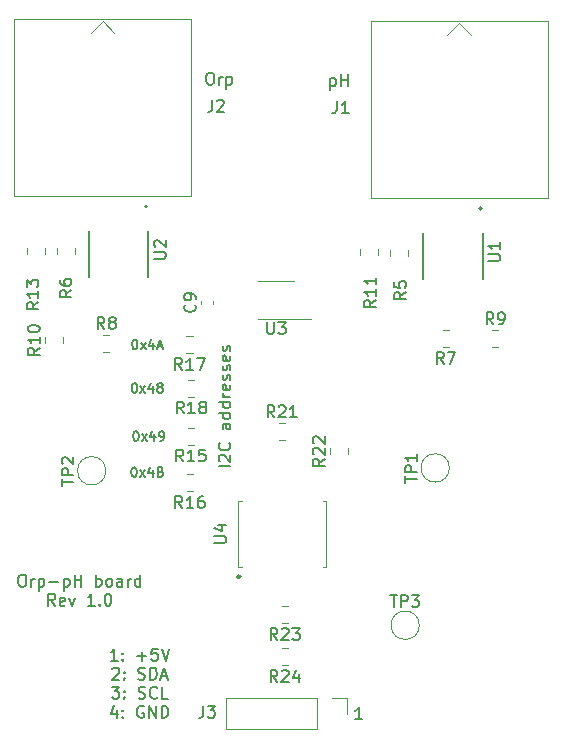
<source format=gbr>
%TF.GenerationSoftware,KiCad,Pcbnew,(6.0.11)*%
%TF.CreationDate,2023-05-27T13:57:12+02:00*%
%TF.ProjectId,Orp-pH Board,4f72702d-7048-4204-926f-6172642e6b69,V1.0*%
%TF.SameCoordinates,Original*%
%TF.FileFunction,Legend,Top*%
%TF.FilePolarity,Positive*%
%FSLAX46Y46*%
G04 Gerber Fmt 4.6, Leading zero omitted, Abs format (unit mm)*
G04 Created by KiCad (PCBNEW (6.0.11)) date 2023-05-27 13:57:12*
%MOMM*%
%LPD*%
G01*
G04 APERTURE LIST*
%ADD10C,0.150000*%
%ADD11C,0.120000*%
%ADD12C,0.127000*%
%ADD13C,0.200000*%
%ADD14C,0.250000*%
G04 APERTURE END LIST*
D10*
X127960380Y-121554238D02*
X126960380Y-121554238D01*
X127055619Y-121125666D02*
X127008000Y-121078047D01*
X126960380Y-120982809D01*
X126960380Y-120744714D01*
X127008000Y-120649476D01*
X127055619Y-120601857D01*
X127150857Y-120554238D01*
X127246095Y-120554238D01*
X127388952Y-120601857D01*
X127960380Y-121173285D01*
X127960380Y-120554238D01*
X127865142Y-119554238D02*
X127912761Y-119601857D01*
X127960380Y-119744714D01*
X127960380Y-119839952D01*
X127912761Y-119982809D01*
X127817523Y-120078047D01*
X127722285Y-120125666D01*
X127531809Y-120173285D01*
X127388952Y-120173285D01*
X127198476Y-120125666D01*
X127103238Y-120078047D01*
X127008000Y-119982809D01*
X126960380Y-119839952D01*
X126960380Y-119744714D01*
X127008000Y-119601857D01*
X127055619Y-119554238D01*
X127960380Y-117935190D02*
X127436571Y-117935190D01*
X127341333Y-117982809D01*
X127293714Y-118078047D01*
X127293714Y-118268523D01*
X127341333Y-118363761D01*
X127912761Y-117935190D02*
X127960380Y-118030428D01*
X127960380Y-118268523D01*
X127912761Y-118363761D01*
X127817523Y-118411380D01*
X127722285Y-118411380D01*
X127627047Y-118363761D01*
X127579428Y-118268523D01*
X127579428Y-118030428D01*
X127531809Y-117935190D01*
X127960380Y-117030428D02*
X126960380Y-117030428D01*
X127912761Y-117030428D02*
X127960380Y-117125666D01*
X127960380Y-117316142D01*
X127912761Y-117411380D01*
X127865142Y-117459000D01*
X127769904Y-117506619D01*
X127484190Y-117506619D01*
X127388952Y-117459000D01*
X127341333Y-117411380D01*
X127293714Y-117316142D01*
X127293714Y-117125666D01*
X127341333Y-117030428D01*
X127960380Y-116125666D02*
X126960380Y-116125666D01*
X127912761Y-116125666D02*
X127960380Y-116220904D01*
X127960380Y-116411380D01*
X127912761Y-116506619D01*
X127865142Y-116554238D01*
X127769904Y-116601857D01*
X127484190Y-116601857D01*
X127388952Y-116554238D01*
X127341333Y-116506619D01*
X127293714Y-116411380D01*
X127293714Y-116220904D01*
X127341333Y-116125666D01*
X127960380Y-115649476D02*
X127293714Y-115649476D01*
X127484190Y-115649476D02*
X127388952Y-115601857D01*
X127341333Y-115554238D01*
X127293714Y-115459000D01*
X127293714Y-115363761D01*
X127912761Y-114649476D02*
X127960380Y-114744714D01*
X127960380Y-114935190D01*
X127912761Y-115030428D01*
X127817523Y-115078047D01*
X127436571Y-115078047D01*
X127341333Y-115030428D01*
X127293714Y-114935190D01*
X127293714Y-114744714D01*
X127341333Y-114649476D01*
X127436571Y-114601857D01*
X127531809Y-114601857D01*
X127627047Y-115078047D01*
X127912761Y-114220904D02*
X127960380Y-114125666D01*
X127960380Y-113935190D01*
X127912761Y-113839952D01*
X127817523Y-113792333D01*
X127769904Y-113792333D01*
X127674666Y-113839952D01*
X127627047Y-113935190D01*
X127627047Y-114078047D01*
X127579428Y-114173285D01*
X127484190Y-114220904D01*
X127436571Y-114220904D01*
X127341333Y-114173285D01*
X127293714Y-114078047D01*
X127293714Y-113935190D01*
X127341333Y-113839952D01*
X127912761Y-113411380D02*
X127960380Y-113316142D01*
X127960380Y-113125666D01*
X127912761Y-113030428D01*
X127817523Y-112982809D01*
X127769904Y-112982809D01*
X127674666Y-113030428D01*
X127627047Y-113125666D01*
X127627047Y-113268523D01*
X127579428Y-113363761D01*
X127484190Y-113411380D01*
X127436571Y-113411380D01*
X127341333Y-113363761D01*
X127293714Y-113268523D01*
X127293714Y-113125666D01*
X127341333Y-113030428D01*
X127912761Y-112173285D02*
X127960380Y-112268523D01*
X127960380Y-112459000D01*
X127912761Y-112554238D01*
X127817523Y-112601857D01*
X127436571Y-112601857D01*
X127341333Y-112554238D01*
X127293714Y-112459000D01*
X127293714Y-112268523D01*
X127341333Y-112173285D01*
X127436571Y-112125666D01*
X127531809Y-112125666D01*
X127627047Y-112601857D01*
X127912761Y-111744714D02*
X127960380Y-111649476D01*
X127960380Y-111459000D01*
X127912761Y-111363761D01*
X127817523Y-111316142D01*
X127769904Y-111316142D01*
X127674666Y-111363761D01*
X127627047Y-111459000D01*
X127627047Y-111601857D01*
X127579428Y-111697095D01*
X127484190Y-111744714D01*
X127436571Y-111744714D01*
X127341333Y-111697095D01*
X127293714Y-111601857D01*
X127293714Y-111459000D01*
X127341333Y-111363761D01*
X119780190Y-114496904D02*
X119856380Y-114496904D01*
X119932571Y-114535000D01*
X119970666Y-114573095D01*
X120008761Y-114649285D01*
X120046857Y-114801666D01*
X120046857Y-114992142D01*
X120008761Y-115144523D01*
X119970666Y-115220714D01*
X119932571Y-115258809D01*
X119856380Y-115296904D01*
X119780190Y-115296904D01*
X119704000Y-115258809D01*
X119665904Y-115220714D01*
X119627809Y-115144523D01*
X119589714Y-114992142D01*
X119589714Y-114801666D01*
X119627809Y-114649285D01*
X119665904Y-114573095D01*
X119704000Y-114535000D01*
X119780190Y-114496904D01*
X120313523Y-115296904D02*
X120732571Y-114763571D01*
X120313523Y-114763571D02*
X120732571Y-115296904D01*
X121380190Y-114763571D02*
X121380190Y-115296904D01*
X121189714Y-114458809D02*
X120999238Y-115030238D01*
X121494476Y-115030238D01*
X121913523Y-114839761D02*
X121837333Y-114801666D01*
X121799238Y-114763571D01*
X121761142Y-114687380D01*
X121761142Y-114649285D01*
X121799238Y-114573095D01*
X121837333Y-114535000D01*
X121913523Y-114496904D01*
X122065904Y-114496904D01*
X122142095Y-114535000D01*
X122180190Y-114573095D01*
X122218285Y-114649285D01*
X122218285Y-114687380D01*
X122180190Y-114763571D01*
X122142095Y-114801666D01*
X122065904Y-114839761D01*
X121913523Y-114839761D01*
X121837333Y-114877857D01*
X121799238Y-114915952D01*
X121761142Y-114992142D01*
X121761142Y-115144523D01*
X121799238Y-115220714D01*
X121837333Y-115258809D01*
X121913523Y-115296904D01*
X122065904Y-115296904D01*
X122142095Y-115258809D01*
X122180190Y-115220714D01*
X122218285Y-115144523D01*
X122218285Y-114992142D01*
X122180190Y-114915952D01*
X122142095Y-114877857D01*
X122065904Y-114839761D01*
X139096714Y-142946380D02*
X138525285Y-142946380D01*
X138811000Y-142946380D02*
X138811000Y-141946380D01*
X138715761Y-142089238D01*
X138620523Y-142184476D01*
X138525285Y-142232095D01*
X119907190Y-118560904D02*
X119983380Y-118560904D01*
X120059571Y-118599000D01*
X120097666Y-118637095D01*
X120135761Y-118713285D01*
X120173857Y-118865666D01*
X120173857Y-119056142D01*
X120135761Y-119208523D01*
X120097666Y-119284714D01*
X120059571Y-119322809D01*
X119983380Y-119360904D01*
X119907190Y-119360904D01*
X119831000Y-119322809D01*
X119792904Y-119284714D01*
X119754809Y-119208523D01*
X119716714Y-119056142D01*
X119716714Y-118865666D01*
X119754809Y-118713285D01*
X119792904Y-118637095D01*
X119831000Y-118599000D01*
X119907190Y-118560904D01*
X120440523Y-119360904D02*
X120859571Y-118827571D01*
X120440523Y-118827571D02*
X120859571Y-119360904D01*
X121507190Y-118827571D02*
X121507190Y-119360904D01*
X121316714Y-118522809D02*
X121126238Y-119094238D01*
X121621476Y-119094238D01*
X121964333Y-119360904D02*
X122116714Y-119360904D01*
X122192904Y-119322809D01*
X122231000Y-119284714D01*
X122307190Y-119170428D01*
X122345285Y-119018047D01*
X122345285Y-118713285D01*
X122307190Y-118637095D01*
X122269095Y-118599000D01*
X122192904Y-118560904D01*
X122040523Y-118560904D01*
X121964333Y-118599000D01*
X121926238Y-118637095D01*
X121888142Y-118713285D01*
X121888142Y-118903761D01*
X121926238Y-118979952D01*
X121964333Y-119018047D01*
X122040523Y-119056142D01*
X122192904Y-119056142D01*
X122269095Y-119018047D01*
X122307190Y-118979952D01*
X122345285Y-118903761D01*
X119761142Y-121608904D02*
X119837333Y-121608904D01*
X119913523Y-121647000D01*
X119951619Y-121685095D01*
X119989714Y-121761285D01*
X120027809Y-121913666D01*
X120027809Y-122104142D01*
X119989714Y-122256523D01*
X119951619Y-122332714D01*
X119913523Y-122370809D01*
X119837333Y-122408904D01*
X119761142Y-122408904D01*
X119684952Y-122370809D01*
X119646857Y-122332714D01*
X119608761Y-122256523D01*
X119570666Y-122104142D01*
X119570666Y-121913666D01*
X119608761Y-121761285D01*
X119646857Y-121685095D01*
X119684952Y-121647000D01*
X119761142Y-121608904D01*
X120294476Y-122408904D02*
X120713523Y-121875571D01*
X120294476Y-121875571D02*
X120713523Y-122408904D01*
X121361142Y-121875571D02*
X121361142Y-122408904D01*
X121170666Y-121570809D02*
X120980190Y-122142238D01*
X121475428Y-122142238D01*
X122046857Y-121989857D02*
X122161142Y-122027952D01*
X122199238Y-122066047D01*
X122237333Y-122142238D01*
X122237333Y-122256523D01*
X122199238Y-122332714D01*
X122161142Y-122370809D01*
X122084952Y-122408904D01*
X121780190Y-122408904D01*
X121780190Y-121608904D01*
X122046857Y-121608904D01*
X122123047Y-121647000D01*
X122161142Y-121685095D01*
X122199238Y-121761285D01*
X122199238Y-121837476D01*
X122161142Y-121913666D01*
X122123047Y-121951761D01*
X122046857Y-121989857D01*
X121780190Y-121989857D01*
X119818285Y-110813904D02*
X119894476Y-110813904D01*
X119970666Y-110852000D01*
X120008761Y-110890095D01*
X120046857Y-110966285D01*
X120084952Y-111118666D01*
X120084952Y-111309142D01*
X120046857Y-111461523D01*
X120008761Y-111537714D01*
X119970666Y-111575809D01*
X119894476Y-111613904D01*
X119818285Y-111613904D01*
X119742095Y-111575809D01*
X119704000Y-111537714D01*
X119665904Y-111461523D01*
X119627809Y-111309142D01*
X119627809Y-111118666D01*
X119665904Y-110966285D01*
X119704000Y-110890095D01*
X119742095Y-110852000D01*
X119818285Y-110813904D01*
X120351619Y-111613904D02*
X120770666Y-111080571D01*
X120351619Y-111080571D02*
X120770666Y-111613904D01*
X121418285Y-111080571D02*
X121418285Y-111613904D01*
X121227809Y-110775809D02*
X121037333Y-111347238D01*
X121532571Y-111347238D01*
X121799238Y-111385333D02*
X122180190Y-111385333D01*
X121723047Y-111613904D02*
X121989714Y-110813904D01*
X122256380Y-111613904D01*
X126142857Y-88225380D02*
X126333333Y-88225380D01*
X126428571Y-88273000D01*
X126523809Y-88368238D01*
X126571428Y-88558714D01*
X126571428Y-88892047D01*
X126523809Y-89082523D01*
X126428571Y-89177761D01*
X126333333Y-89225380D01*
X126142857Y-89225380D01*
X126047619Y-89177761D01*
X125952380Y-89082523D01*
X125904761Y-88892047D01*
X125904761Y-88558714D01*
X125952380Y-88368238D01*
X126047619Y-88273000D01*
X126142857Y-88225380D01*
X127000000Y-89225380D02*
X127000000Y-88558714D01*
X127000000Y-88749190D02*
X127047619Y-88653952D01*
X127095238Y-88606333D01*
X127190476Y-88558714D01*
X127285714Y-88558714D01*
X127619047Y-88558714D02*
X127619047Y-89558714D01*
X127619047Y-88606333D02*
X127714285Y-88558714D01*
X127904761Y-88558714D01*
X128000000Y-88606333D01*
X128047619Y-88653952D01*
X128095238Y-88749190D01*
X128095238Y-89034904D01*
X128047619Y-89130142D01*
X128000000Y-89177761D01*
X127904761Y-89225380D01*
X127714285Y-89225380D01*
X127619047Y-89177761D01*
X110236619Y-130727380D02*
X110427095Y-130727380D01*
X110522333Y-130775000D01*
X110617571Y-130870238D01*
X110665190Y-131060714D01*
X110665190Y-131394047D01*
X110617571Y-131584523D01*
X110522333Y-131679761D01*
X110427095Y-131727380D01*
X110236619Y-131727380D01*
X110141380Y-131679761D01*
X110046142Y-131584523D01*
X109998523Y-131394047D01*
X109998523Y-131060714D01*
X110046142Y-130870238D01*
X110141380Y-130775000D01*
X110236619Y-130727380D01*
X111093761Y-131727380D02*
X111093761Y-131060714D01*
X111093761Y-131251190D02*
X111141380Y-131155952D01*
X111189000Y-131108333D01*
X111284238Y-131060714D01*
X111379476Y-131060714D01*
X111712809Y-131060714D02*
X111712809Y-132060714D01*
X111712809Y-131108333D02*
X111808047Y-131060714D01*
X111998523Y-131060714D01*
X112093761Y-131108333D01*
X112141380Y-131155952D01*
X112189000Y-131251190D01*
X112189000Y-131536904D01*
X112141380Y-131632142D01*
X112093761Y-131679761D01*
X111998523Y-131727380D01*
X111808047Y-131727380D01*
X111712809Y-131679761D01*
X112617571Y-131346428D02*
X113379476Y-131346428D01*
X113855666Y-131060714D02*
X113855666Y-132060714D01*
X113855666Y-131108333D02*
X113950904Y-131060714D01*
X114141380Y-131060714D01*
X114236619Y-131108333D01*
X114284238Y-131155952D01*
X114331857Y-131251190D01*
X114331857Y-131536904D01*
X114284238Y-131632142D01*
X114236619Y-131679761D01*
X114141380Y-131727380D01*
X113950904Y-131727380D01*
X113855666Y-131679761D01*
X114760428Y-131727380D02*
X114760428Y-130727380D01*
X114760428Y-131203571D02*
X115331857Y-131203571D01*
X115331857Y-131727380D02*
X115331857Y-130727380D01*
X116569952Y-131727380D02*
X116569952Y-130727380D01*
X116569952Y-131108333D02*
X116665190Y-131060714D01*
X116855666Y-131060714D01*
X116950904Y-131108333D01*
X116998523Y-131155952D01*
X117046142Y-131251190D01*
X117046142Y-131536904D01*
X116998523Y-131632142D01*
X116950904Y-131679761D01*
X116855666Y-131727380D01*
X116665190Y-131727380D01*
X116569952Y-131679761D01*
X117617571Y-131727380D02*
X117522333Y-131679761D01*
X117474714Y-131632142D01*
X117427095Y-131536904D01*
X117427095Y-131251190D01*
X117474714Y-131155952D01*
X117522333Y-131108333D01*
X117617571Y-131060714D01*
X117760428Y-131060714D01*
X117855666Y-131108333D01*
X117903285Y-131155952D01*
X117950904Y-131251190D01*
X117950904Y-131536904D01*
X117903285Y-131632142D01*
X117855666Y-131679761D01*
X117760428Y-131727380D01*
X117617571Y-131727380D01*
X118808047Y-131727380D02*
X118808047Y-131203571D01*
X118760428Y-131108333D01*
X118665190Y-131060714D01*
X118474714Y-131060714D01*
X118379476Y-131108333D01*
X118808047Y-131679761D02*
X118712809Y-131727380D01*
X118474714Y-131727380D01*
X118379476Y-131679761D01*
X118331857Y-131584523D01*
X118331857Y-131489285D01*
X118379476Y-131394047D01*
X118474714Y-131346428D01*
X118712809Y-131346428D01*
X118808047Y-131298809D01*
X119284238Y-131727380D02*
X119284238Y-131060714D01*
X119284238Y-131251190D02*
X119331857Y-131155952D01*
X119379476Y-131108333D01*
X119474714Y-131060714D01*
X119569952Y-131060714D01*
X120331857Y-131727380D02*
X120331857Y-130727380D01*
X120331857Y-131679761D02*
X120236619Y-131727380D01*
X120046142Y-131727380D01*
X119950904Y-131679761D01*
X119903285Y-131632142D01*
X119855666Y-131536904D01*
X119855666Y-131251190D01*
X119903285Y-131155952D01*
X119950904Y-131108333D01*
X120046142Y-131060714D01*
X120236619Y-131060714D01*
X120331857Y-131108333D01*
X113117571Y-133337380D02*
X112784238Y-132861190D01*
X112546142Y-133337380D02*
X112546142Y-132337380D01*
X112927095Y-132337380D01*
X113022333Y-132385000D01*
X113069952Y-132432619D01*
X113117571Y-132527857D01*
X113117571Y-132670714D01*
X113069952Y-132765952D01*
X113022333Y-132813571D01*
X112927095Y-132861190D01*
X112546142Y-132861190D01*
X113927095Y-133289761D02*
X113831857Y-133337380D01*
X113641380Y-133337380D01*
X113546142Y-133289761D01*
X113498523Y-133194523D01*
X113498523Y-132813571D01*
X113546142Y-132718333D01*
X113641380Y-132670714D01*
X113831857Y-132670714D01*
X113927095Y-132718333D01*
X113974714Y-132813571D01*
X113974714Y-132908809D01*
X113498523Y-133004047D01*
X114308047Y-132670714D02*
X114546142Y-133337380D01*
X114784238Y-132670714D01*
X116450904Y-133337380D02*
X115879476Y-133337380D01*
X116165190Y-133337380D02*
X116165190Y-132337380D01*
X116069952Y-132480238D01*
X115974714Y-132575476D01*
X115879476Y-132623095D01*
X116879476Y-133242142D02*
X116927095Y-133289761D01*
X116879476Y-133337380D01*
X116831857Y-133289761D01*
X116879476Y-133242142D01*
X116879476Y-133337380D01*
X117546142Y-132337380D02*
X117641380Y-132337380D01*
X117736619Y-132385000D01*
X117784238Y-132432619D01*
X117831857Y-132527857D01*
X117879476Y-132718333D01*
X117879476Y-132956428D01*
X117831857Y-133146904D01*
X117784238Y-133242142D01*
X117736619Y-133289761D01*
X117641380Y-133337380D01*
X117546142Y-133337380D01*
X117450904Y-133289761D01*
X117403285Y-133242142D01*
X117355666Y-133146904D01*
X117308047Y-132956428D01*
X117308047Y-132718333D01*
X117355666Y-132527857D01*
X117403285Y-132432619D01*
X117450904Y-132385000D01*
X117546142Y-132337380D01*
X136421904Y-88685714D02*
X136421904Y-89685714D01*
X136421904Y-88733333D02*
X136517142Y-88685714D01*
X136707619Y-88685714D01*
X136802857Y-88733333D01*
X136850476Y-88780952D01*
X136898095Y-88876190D01*
X136898095Y-89161904D01*
X136850476Y-89257142D01*
X136802857Y-89304761D01*
X136707619Y-89352380D01*
X136517142Y-89352380D01*
X136421904Y-89304761D01*
X137326666Y-89352380D02*
X137326666Y-88352380D01*
X137326666Y-88828571D02*
X137898095Y-88828571D01*
X137898095Y-89352380D02*
X137898095Y-88352380D01*
X118411857Y-137991380D02*
X117840428Y-137991380D01*
X118126142Y-137991380D02*
X118126142Y-136991380D01*
X118030904Y-137134238D01*
X117935666Y-137229476D01*
X117840428Y-137277095D01*
X118840428Y-137896142D02*
X118888047Y-137943761D01*
X118840428Y-137991380D01*
X118792809Y-137943761D01*
X118840428Y-137896142D01*
X118840428Y-137991380D01*
X118840428Y-137372333D02*
X118888047Y-137419952D01*
X118840428Y-137467571D01*
X118792809Y-137419952D01*
X118840428Y-137372333D01*
X118840428Y-137467571D01*
X120078523Y-137610428D02*
X120840428Y-137610428D01*
X120459476Y-137991380D02*
X120459476Y-137229476D01*
X121792809Y-136991380D02*
X121316619Y-136991380D01*
X121269000Y-137467571D01*
X121316619Y-137419952D01*
X121411857Y-137372333D01*
X121649952Y-137372333D01*
X121745190Y-137419952D01*
X121792809Y-137467571D01*
X121840428Y-137562809D01*
X121840428Y-137800904D01*
X121792809Y-137896142D01*
X121745190Y-137943761D01*
X121649952Y-137991380D01*
X121411857Y-137991380D01*
X121316619Y-137943761D01*
X121269000Y-137896142D01*
X122126142Y-136991380D02*
X122459476Y-137991380D01*
X122792809Y-136991380D01*
X117959476Y-138696619D02*
X118007095Y-138649000D01*
X118102333Y-138601380D01*
X118340428Y-138601380D01*
X118435666Y-138649000D01*
X118483285Y-138696619D01*
X118530904Y-138791857D01*
X118530904Y-138887095D01*
X118483285Y-139029952D01*
X117911857Y-139601380D01*
X118530904Y-139601380D01*
X118959476Y-139506142D02*
X119007095Y-139553761D01*
X118959476Y-139601380D01*
X118911857Y-139553761D01*
X118959476Y-139506142D01*
X118959476Y-139601380D01*
X118959476Y-138982333D02*
X119007095Y-139029952D01*
X118959476Y-139077571D01*
X118911857Y-139029952D01*
X118959476Y-138982333D01*
X118959476Y-139077571D01*
X120149952Y-139553761D02*
X120292809Y-139601380D01*
X120530904Y-139601380D01*
X120626142Y-139553761D01*
X120673761Y-139506142D01*
X120721380Y-139410904D01*
X120721380Y-139315666D01*
X120673761Y-139220428D01*
X120626142Y-139172809D01*
X120530904Y-139125190D01*
X120340428Y-139077571D01*
X120245190Y-139029952D01*
X120197571Y-138982333D01*
X120149952Y-138887095D01*
X120149952Y-138791857D01*
X120197571Y-138696619D01*
X120245190Y-138649000D01*
X120340428Y-138601380D01*
X120578523Y-138601380D01*
X120721380Y-138649000D01*
X121149952Y-139601380D02*
X121149952Y-138601380D01*
X121388047Y-138601380D01*
X121530904Y-138649000D01*
X121626142Y-138744238D01*
X121673761Y-138839476D01*
X121721380Y-139029952D01*
X121721380Y-139172809D01*
X121673761Y-139363285D01*
X121626142Y-139458523D01*
X121530904Y-139553761D01*
X121388047Y-139601380D01*
X121149952Y-139601380D01*
X122102333Y-139315666D02*
X122578523Y-139315666D01*
X122007095Y-139601380D02*
X122340428Y-138601380D01*
X122673761Y-139601380D01*
X117935666Y-140211380D02*
X118554714Y-140211380D01*
X118221380Y-140592333D01*
X118364238Y-140592333D01*
X118459476Y-140639952D01*
X118507095Y-140687571D01*
X118554714Y-140782809D01*
X118554714Y-141020904D01*
X118507095Y-141116142D01*
X118459476Y-141163761D01*
X118364238Y-141211380D01*
X118078523Y-141211380D01*
X117983285Y-141163761D01*
X117935666Y-141116142D01*
X118983285Y-141116142D02*
X119030904Y-141163761D01*
X118983285Y-141211380D01*
X118935666Y-141163761D01*
X118983285Y-141116142D01*
X118983285Y-141211380D01*
X118983285Y-140592333D02*
X119030904Y-140639952D01*
X118983285Y-140687571D01*
X118935666Y-140639952D01*
X118983285Y-140592333D01*
X118983285Y-140687571D01*
X120173761Y-141163761D02*
X120316619Y-141211380D01*
X120554714Y-141211380D01*
X120649952Y-141163761D01*
X120697571Y-141116142D01*
X120745190Y-141020904D01*
X120745190Y-140925666D01*
X120697571Y-140830428D01*
X120649952Y-140782809D01*
X120554714Y-140735190D01*
X120364238Y-140687571D01*
X120269000Y-140639952D01*
X120221380Y-140592333D01*
X120173761Y-140497095D01*
X120173761Y-140401857D01*
X120221380Y-140306619D01*
X120269000Y-140259000D01*
X120364238Y-140211380D01*
X120602333Y-140211380D01*
X120745190Y-140259000D01*
X121745190Y-141116142D02*
X121697571Y-141163761D01*
X121554714Y-141211380D01*
X121459476Y-141211380D01*
X121316619Y-141163761D01*
X121221380Y-141068523D01*
X121173761Y-140973285D01*
X121126142Y-140782809D01*
X121126142Y-140639952D01*
X121173761Y-140449476D01*
X121221380Y-140354238D01*
X121316619Y-140259000D01*
X121459476Y-140211380D01*
X121554714Y-140211380D01*
X121697571Y-140259000D01*
X121745190Y-140306619D01*
X122649952Y-141211380D02*
X122173761Y-141211380D01*
X122173761Y-140211380D01*
X118316619Y-142154714D02*
X118316619Y-142821380D01*
X118078523Y-141773761D02*
X117840428Y-142488047D01*
X118459476Y-142488047D01*
X118840428Y-142726142D02*
X118888047Y-142773761D01*
X118840428Y-142821380D01*
X118792809Y-142773761D01*
X118840428Y-142726142D01*
X118840428Y-142821380D01*
X118840428Y-142202333D02*
X118888047Y-142249952D01*
X118840428Y-142297571D01*
X118792809Y-142249952D01*
X118840428Y-142202333D01*
X118840428Y-142297571D01*
X120602333Y-141869000D02*
X120507095Y-141821380D01*
X120364238Y-141821380D01*
X120221380Y-141869000D01*
X120126142Y-141964238D01*
X120078523Y-142059476D01*
X120030904Y-142249952D01*
X120030904Y-142392809D01*
X120078523Y-142583285D01*
X120126142Y-142678523D01*
X120221380Y-142773761D01*
X120364238Y-142821380D01*
X120459476Y-142821380D01*
X120602333Y-142773761D01*
X120649952Y-142726142D01*
X120649952Y-142392809D01*
X120459476Y-142392809D01*
X121078523Y-142821380D02*
X121078523Y-141821380D01*
X121649952Y-142821380D01*
X121649952Y-141821380D01*
X122126142Y-142821380D02*
X122126142Y-141821380D01*
X122364238Y-141821380D01*
X122507095Y-141869000D01*
X122602333Y-141964238D01*
X122649952Y-142059476D01*
X122697571Y-142249952D01*
X122697571Y-142392809D01*
X122649952Y-142583285D01*
X122602333Y-142678523D01*
X122507095Y-142773761D01*
X122364238Y-142821380D01*
X122126142Y-142821380D01*
%TO.C,R6*%
X114498380Y-106624166D02*
X114022190Y-106957500D01*
X114498380Y-107195595D02*
X113498380Y-107195595D01*
X113498380Y-106814642D01*
X113546000Y-106719404D01*
X113593619Y-106671785D01*
X113688857Y-106624166D01*
X113831714Y-106624166D01*
X113926952Y-106671785D01*
X113974571Y-106719404D01*
X114022190Y-106814642D01*
X114022190Y-107195595D01*
X113498380Y-105767023D02*
X113498380Y-105957500D01*
X113546000Y-106052738D01*
X113593619Y-106100357D01*
X113736476Y-106195595D01*
X113926952Y-106243214D01*
X114307904Y-106243214D01*
X114403142Y-106195595D01*
X114450761Y-106147976D01*
X114498380Y-106052738D01*
X114498380Y-105862261D01*
X114450761Y-105767023D01*
X114403142Y-105719404D01*
X114307904Y-105671785D01*
X114069809Y-105671785D01*
X113974571Y-105719404D01*
X113926952Y-105767023D01*
X113879333Y-105862261D01*
X113879333Y-106052738D01*
X113926952Y-106147976D01*
X113974571Y-106195595D01*
X114069809Y-106243214D01*
%TO.C,R10*%
X111802380Y-111513857D02*
X111326190Y-111847190D01*
X111802380Y-112085285D02*
X110802380Y-112085285D01*
X110802380Y-111704333D01*
X110850000Y-111609095D01*
X110897619Y-111561476D01*
X110992857Y-111513857D01*
X111135714Y-111513857D01*
X111230952Y-111561476D01*
X111278571Y-111609095D01*
X111326190Y-111704333D01*
X111326190Y-112085285D01*
X111802380Y-110561476D02*
X111802380Y-111132904D01*
X111802380Y-110847190D02*
X110802380Y-110847190D01*
X110945238Y-110942428D01*
X111040476Y-111037666D01*
X111088095Y-111132904D01*
X110802380Y-109942428D02*
X110802380Y-109847190D01*
X110850000Y-109751952D01*
X110897619Y-109704333D01*
X110992857Y-109656714D01*
X111183333Y-109609095D01*
X111421428Y-109609095D01*
X111611904Y-109656714D01*
X111707142Y-109704333D01*
X111754761Y-109751952D01*
X111802380Y-109847190D01*
X111802380Y-109942428D01*
X111754761Y-110037666D01*
X111707142Y-110085285D01*
X111611904Y-110132904D01*
X111421428Y-110180523D01*
X111183333Y-110180523D01*
X110992857Y-110132904D01*
X110897619Y-110085285D01*
X110850000Y-110037666D01*
X110802380Y-109942428D01*
%TO.C,J1*%
X136953666Y-90638380D02*
X136953666Y-91352666D01*
X136906047Y-91495523D01*
X136810809Y-91590761D01*
X136667952Y-91638380D01*
X136572714Y-91638380D01*
X137953666Y-91638380D02*
X137382238Y-91638380D01*
X137667952Y-91638380D02*
X137667952Y-90638380D01*
X137572714Y-90781238D01*
X137477476Y-90876476D01*
X137382238Y-90924095D01*
%TO.C,R22*%
X135932380Y-120911857D02*
X135456190Y-121245190D01*
X135932380Y-121483285D02*
X134932380Y-121483285D01*
X134932380Y-121102333D01*
X134980000Y-121007095D01*
X135027619Y-120959476D01*
X135122857Y-120911857D01*
X135265714Y-120911857D01*
X135360952Y-120959476D01*
X135408571Y-121007095D01*
X135456190Y-121102333D01*
X135456190Y-121483285D01*
X135027619Y-120530904D02*
X134980000Y-120483285D01*
X134932380Y-120388047D01*
X134932380Y-120149952D01*
X134980000Y-120054714D01*
X135027619Y-120007095D01*
X135122857Y-119959476D01*
X135218095Y-119959476D01*
X135360952Y-120007095D01*
X135932380Y-120578523D01*
X135932380Y-119959476D01*
X135027619Y-119578523D02*
X134980000Y-119530904D01*
X134932380Y-119435666D01*
X134932380Y-119197571D01*
X134980000Y-119102333D01*
X135027619Y-119054714D01*
X135122857Y-119007095D01*
X135218095Y-119007095D01*
X135360952Y-119054714D01*
X135932380Y-119626142D01*
X135932380Y-119007095D01*
%TO.C,U1*%
X149801380Y-104135904D02*
X150610904Y-104135904D01*
X150706142Y-104088285D01*
X150753761Y-104040666D01*
X150801380Y-103945428D01*
X150801380Y-103754952D01*
X150753761Y-103659714D01*
X150706142Y-103612095D01*
X150610904Y-103564476D01*
X149801380Y-103564476D01*
X150801380Y-102564476D02*
X150801380Y-103135904D01*
X150801380Y-102850190D02*
X149801380Y-102850190D01*
X149944238Y-102945428D01*
X150039476Y-103040666D01*
X150087095Y-103135904D01*
%TO.C,R23*%
X131923642Y-136244380D02*
X131590309Y-135768190D01*
X131352214Y-136244380D02*
X131352214Y-135244380D01*
X131733166Y-135244380D01*
X131828404Y-135292000D01*
X131876023Y-135339619D01*
X131923642Y-135434857D01*
X131923642Y-135577714D01*
X131876023Y-135672952D01*
X131828404Y-135720571D01*
X131733166Y-135768190D01*
X131352214Y-135768190D01*
X132304595Y-135339619D02*
X132352214Y-135292000D01*
X132447452Y-135244380D01*
X132685547Y-135244380D01*
X132780785Y-135292000D01*
X132828404Y-135339619D01*
X132876023Y-135434857D01*
X132876023Y-135530095D01*
X132828404Y-135672952D01*
X132256976Y-136244380D01*
X132876023Y-136244380D01*
X133209357Y-135244380D02*
X133828404Y-135244380D01*
X133495071Y-135625333D01*
X133637928Y-135625333D01*
X133733166Y-135672952D01*
X133780785Y-135720571D01*
X133828404Y-135815809D01*
X133828404Y-136053904D01*
X133780785Y-136149142D01*
X133733166Y-136196761D01*
X133637928Y-136244380D01*
X133352214Y-136244380D01*
X133256976Y-136196761D01*
X133209357Y-136149142D01*
%TO.C,U3*%
X131064095Y-109344380D02*
X131064095Y-110153904D01*
X131111714Y-110249142D01*
X131159333Y-110296761D01*
X131254571Y-110344380D01*
X131445047Y-110344380D01*
X131540285Y-110296761D01*
X131587904Y-110249142D01*
X131635523Y-110153904D01*
X131635523Y-109344380D01*
X132016476Y-109344380D02*
X132635523Y-109344380D01*
X132302190Y-109725333D01*
X132445047Y-109725333D01*
X132540285Y-109772952D01*
X132587904Y-109820571D01*
X132635523Y-109915809D01*
X132635523Y-110153904D01*
X132587904Y-110249142D01*
X132540285Y-110296761D01*
X132445047Y-110344380D01*
X132159333Y-110344380D01*
X132064095Y-110296761D01*
X132016476Y-110249142D01*
%TO.C,R15*%
X123944142Y-121131380D02*
X123610809Y-120655190D01*
X123372714Y-121131380D02*
X123372714Y-120131380D01*
X123753666Y-120131380D01*
X123848904Y-120179000D01*
X123896523Y-120226619D01*
X123944142Y-120321857D01*
X123944142Y-120464714D01*
X123896523Y-120559952D01*
X123848904Y-120607571D01*
X123753666Y-120655190D01*
X123372714Y-120655190D01*
X124896523Y-121131380D02*
X124325095Y-121131380D01*
X124610809Y-121131380D02*
X124610809Y-120131380D01*
X124515571Y-120274238D01*
X124420333Y-120369476D01*
X124325095Y-120417095D01*
X125801285Y-120131380D02*
X125325095Y-120131380D01*
X125277476Y-120607571D01*
X125325095Y-120559952D01*
X125420333Y-120512333D01*
X125658428Y-120512333D01*
X125753666Y-120559952D01*
X125801285Y-120607571D01*
X125848904Y-120702809D01*
X125848904Y-120940904D01*
X125801285Y-121036142D01*
X125753666Y-121083761D01*
X125658428Y-121131380D01*
X125420333Y-121131380D01*
X125325095Y-121083761D01*
X125277476Y-121036142D01*
%TO.C,R17*%
X123840142Y-113384380D02*
X123506809Y-112908190D01*
X123268714Y-113384380D02*
X123268714Y-112384380D01*
X123649666Y-112384380D01*
X123744904Y-112432000D01*
X123792523Y-112479619D01*
X123840142Y-112574857D01*
X123840142Y-112717714D01*
X123792523Y-112812952D01*
X123744904Y-112860571D01*
X123649666Y-112908190D01*
X123268714Y-112908190D01*
X124792523Y-113384380D02*
X124221095Y-113384380D01*
X124506809Y-113384380D02*
X124506809Y-112384380D01*
X124411571Y-112527238D01*
X124316333Y-112622476D01*
X124221095Y-112670095D01*
X125125857Y-112384380D02*
X125792523Y-112384380D01*
X125363952Y-113384380D01*
%TO.C,R9*%
X150215833Y-109516380D02*
X149882500Y-109040190D01*
X149644404Y-109516380D02*
X149644404Y-108516380D01*
X150025357Y-108516380D01*
X150120595Y-108564000D01*
X150168214Y-108611619D01*
X150215833Y-108706857D01*
X150215833Y-108849714D01*
X150168214Y-108944952D01*
X150120595Y-108992571D01*
X150025357Y-109040190D01*
X149644404Y-109040190D01*
X150692023Y-109516380D02*
X150882500Y-109516380D01*
X150977738Y-109468761D01*
X151025357Y-109421142D01*
X151120595Y-109278285D01*
X151168214Y-109087809D01*
X151168214Y-108706857D01*
X151120595Y-108611619D01*
X151072976Y-108564000D01*
X150977738Y-108516380D01*
X150787261Y-108516380D01*
X150692023Y-108564000D01*
X150644404Y-108611619D01*
X150596785Y-108706857D01*
X150596785Y-108944952D01*
X150644404Y-109040190D01*
X150692023Y-109087809D01*
X150787261Y-109135428D01*
X150977738Y-109135428D01*
X151072976Y-109087809D01*
X151120595Y-109040190D01*
X151168214Y-108944952D01*
%TO.C,R21*%
X131669642Y-117390380D02*
X131336309Y-116914190D01*
X131098214Y-117390380D02*
X131098214Y-116390380D01*
X131479166Y-116390380D01*
X131574404Y-116438000D01*
X131622023Y-116485619D01*
X131669642Y-116580857D01*
X131669642Y-116723714D01*
X131622023Y-116818952D01*
X131574404Y-116866571D01*
X131479166Y-116914190D01*
X131098214Y-116914190D01*
X132050595Y-116485619D02*
X132098214Y-116438000D01*
X132193452Y-116390380D01*
X132431547Y-116390380D01*
X132526785Y-116438000D01*
X132574404Y-116485619D01*
X132622023Y-116580857D01*
X132622023Y-116676095D01*
X132574404Y-116818952D01*
X132002976Y-117390380D01*
X132622023Y-117390380D01*
X133574404Y-117390380D02*
X133002976Y-117390380D01*
X133288690Y-117390380D02*
X133288690Y-116390380D01*
X133193452Y-116533238D01*
X133098214Y-116628476D01*
X133002976Y-116676095D01*
%TO.C,TP2*%
X113659380Y-123181904D02*
X113659380Y-122610476D01*
X114659380Y-122896190D02*
X113659380Y-122896190D01*
X114659380Y-122277142D02*
X113659380Y-122277142D01*
X113659380Y-121896190D01*
X113707000Y-121800952D01*
X113754619Y-121753333D01*
X113849857Y-121705714D01*
X113992714Y-121705714D01*
X114087952Y-121753333D01*
X114135571Y-121800952D01*
X114183190Y-121896190D01*
X114183190Y-122277142D01*
X113754619Y-121324761D02*
X113707000Y-121277142D01*
X113659380Y-121181904D01*
X113659380Y-120943809D01*
X113707000Y-120848571D01*
X113754619Y-120800952D01*
X113849857Y-120753333D01*
X113945095Y-120753333D01*
X114087952Y-120800952D01*
X114659380Y-121372380D01*
X114659380Y-120753333D01*
%TO.C,C9*%
X124937642Y-107862666D02*
X124985261Y-107910285D01*
X125032880Y-108053142D01*
X125032880Y-108148380D01*
X124985261Y-108291238D01*
X124890023Y-108386476D01*
X124794785Y-108434095D01*
X124604309Y-108481714D01*
X124461452Y-108481714D01*
X124270976Y-108434095D01*
X124175738Y-108386476D01*
X124080500Y-108291238D01*
X124032880Y-108148380D01*
X124032880Y-108053142D01*
X124080500Y-107910285D01*
X124128119Y-107862666D01*
X125032880Y-107386476D02*
X125032880Y-107196000D01*
X124985261Y-107100761D01*
X124937642Y-107053142D01*
X124794785Y-106957904D01*
X124604309Y-106910285D01*
X124223357Y-106910285D01*
X124128119Y-106957904D01*
X124080500Y-107005523D01*
X124032880Y-107100761D01*
X124032880Y-107291238D01*
X124080500Y-107386476D01*
X124128119Y-107434095D01*
X124223357Y-107481714D01*
X124461452Y-107481714D01*
X124556690Y-107434095D01*
X124604309Y-107386476D01*
X124651928Y-107291238D01*
X124651928Y-107100761D01*
X124604309Y-107005523D01*
X124556690Y-106957904D01*
X124461452Y-106910285D01*
%TO.C,R16*%
X123861642Y-125068380D02*
X123528309Y-124592190D01*
X123290214Y-125068380D02*
X123290214Y-124068380D01*
X123671166Y-124068380D01*
X123766404Y-124116000D01*
X123814023Y-124163619D01*
X123861642Y-124258857D01*
X123861642Y-124401714D01*
X123814023Y-124496952D01*
X123766404Y-124544571D01*
X123671166Y-124592190D01*
X123290214Y-124592190D01*
X124814023Y-125068380D02*
X124242595Y-125068380D01*
X124528309Y-125068380D02*
X124528309Y-124068380D01*
X124433071Y-124211238D01*
X124337833Y-124306476D01*
X124242595Y-124354095D01*
X125671166Y-124068380D02*
X125480690Y-124068380D01*
X125385452Y-124116000D01*
X125337833Y-124163619D01*
X125242595Y-124306476D01*
X125194976Y-124496952D01*
X125194976Y-124877904D01*
X125242595Y-124973142D01*
X125290214Y-125020761D01*
X125385452Y-125068380D01*
X125575928Y-125068380D01*
X125671166Y-125020761D01*
X125718785Y-124973142D01*
X125766404Y-124877904D01*
X125766404Y-124639809D01*
X125718785Y-124544571D01*
X125671166Y-124496952D01*
X125575928Y-124449333D01*
X125385452Y-124449333D01*
X125290214Y-124496952D01*
X125242595Y-124544571D01*
X125194976Y-124639809D01*
%TO.C,TP1*%
X142742380Y-122940904D02*
X142742380Y-122369476D01*
X143742380Y-122655190D02*
X142742380Y-122655190D01*
X143742380Y-122036142D02*
X142742380Y-122036142D01*
X142742380Y-121655190D01*
X142790000Y-121559952D01*
X142837619Y-121512333D01*
X142932857Y-121464714D01*
X143075714Y-121464714D01*
X143170952Y-121512333D01*
X143218571Y-121559952D01*
X143266190Y-121655190D01*
X143266190Y-122036142D01*
X143742380Y-120512333D02*
X143742380Y-121083761D01*
X143742380Y-120798047D02*
X142742380Y-120798047D01*
X142885238Y-120893285D01*
X142980476Y-120988523D01*
X143028095Y-121083761D01*
%TO.C,R5*%
X142819380Y-106816166D02*
X142343190Y-107149500D01*
X142819380Y-107387595D02*
X141819380Y-107387595D01*
X141819380Y-107006642D01*
X141867000Y-106911404D01*
X141914619Y-106863785D01*
X142009857Y-106816166D01*
X142152714Y-106816166D01*
X142247952Y-106863785D01*
X142295571Y-106911404D01*
X142343190Y-107006642D01*
X142343190Y-107387595D01*
X141819380Y-105911404D02*
X141819380Y-106387595D01*
X142295571Y-106435214D01*
X142247952Y-106387595D01*
X142200333Y-106292357D01*
X142200333Y-106054261D01*
X142247952Y-105959023D01*
X142295571Y-105911404D01*
X142390809Y-105863785D01*
X142628904Y-105863785D01*
X142724142Y-105911404D01*
X142771761Y-105959023D01*
X142819380Y-106054261D01*
X142819380Y-106292357D01*
X142771761Y-106387595D01*
X142724142Y-106435214D01*
%TO.C,R24*%
X131923642Y-139800380D02*
X131590309Y-139324190D01*
X131352214Y-139800380D02*
X131352214Y-138800380D01*
X131733166Y-138800380D01*
X131828404Y-138848000D01*
X131876023Y-138895619D01*
X131923642Y-138990857D01*
X131923642Y-139133714D01*
X131876023Y-139228952D01*
X131828404Y-139276571D01*
X131733166Y-139324190D01*
X131352214Y-139324190D01*
X132304595Y-138895619D02*
X132352214Y-138848000D01*
X132447452Y-138800380D01*
X132685547Y-138800380D01*
X132780785Y-138848000D01*
X132828404Y-138895619D01*
X132876023Y-138990857D01*
X132876023Y-139086095D01*
X132828404Y-139228952D01*
X132256976Y-139800380D01*
X132876023Y-139800380D01*
X133733166Y-139133714D02*
X133733166Y-139800380D01*
X133495071Y-138752761D02*
X133256976Y-139467047D01*
X133876023Y-139467047D01*
%TO.C,U4*%
X126599780Y-128015904D02*
X127409304Y-128015904D01*
X127504542Y-127968285D01*
X127552161Y-127920666D01*
X127599780Y-127825428D01*
X127599780Y-127634952D01*
X127552161Y-127539714D01*
X127504542Y-127492095D01*
X127409304Y-127444476D01*
X126599780Y-127444476D01*
X126933114Y-126539714D02*
X127599780Y-126539714D01*
X126552161Y-126777809D02*
X127266447Y-127015904D01*
X127266447Y-126396857D01*
%TO.C,R7*%
X146010333Y-112876380D02*
X145677000Y-112400190D01*
X145438904Y-112876380D02*
X145438904Y-111876380D01*
X145819857Y-111876380D01*
X145915095Y-111924000D01*
X145962714Y-111971619D01*
X146010333Y-112066857D01*
X146010333Y-112209714D01*
X145962714Y-112304952D01*
X145915095Y-112352571D01*
X145819857Y-112400190D01*
X145438904Y-112400190D01*
X146343666Y-111876380D02*
X147010333Y-111876380D01*
X146581761Y-112876380D01*
%TO.C,J3*%
X125650666Y-141819380D02*
X125650666Y-142533666D01*
X125603047Y-142676523D01*
X125507809Y-142771761D01*
X125364952Y-142819380D01*
X125269714Y-142819380D01*
X126031619Y-141819380D02*
X126650666Y-141819380D01*
X126317333Y-142200333D01*
X126460190Y-142200333D01*
X126555428Y-142247952D01*
X126603047Y-142295571D01*
X126650666Y-142390809D01*
X126650666Y-142628904D01*
X126603047Y-142724142D01*
X126555428Y-142771761D01*
X126460190Y-142819380D01*
X126174476Y-142819380D01*
X126079238Y-142771761D01*
X126031619Y-142724142D01*
%TO.C,R8*%
X117286833Y-109897380D02*
X116953500Y-109421190D01*
X116715404Y-109897380D02*
X116715404Y-108897380D01*
X117096357Y-108897380D01*
X117191595Y-108945000D01*
X117239214Y-108992619D01*
X117286833Y-109087857D01*
X117286833Y-109230714D01*
X117239214Y-109325952D01*
X117191595Y-109373571D01*
X117096357Y-109421190D01*
X116715404Y-109421190D01*
X117858261Y-109325952D02*
X117763023Y-109278333D01*
X117715404Y-109230714D01*
X117667785Y-109135476D01*
X117667785Y-109087857D01*
X117715404Y-108992619D01*
X117763023Y-108945000D01*
X117858261Y-108897380D01*
X118048738Y-108897380D01*
X118143976Y-108945000D01*
X118191595Y-108992619D01*
X118239214Y-109087857D01*
X118239214Y-109135476D01*
X118191595Y-109230714D01*
X118143976Y-109278333D01*
X118048738Y-109325952D01*
X117858261Y-109325952D01*
X117763023Y-109373571D01*
X117715404Y-109421190D01*
X117667785Y-109516428D01*
X117667785Y-109706904D01*
X117715404Y-109802142D01*
X117763023Y-109849761D01*
X117858261Y-109897380D01*
X118048738Y-109897380D01*
X118143976Y-109849761D01*
X118191595Y-109802142D01*
X118239214Y-109706904D01*
X118239214Y-109516428D01*
X118191595Y-109421190D01*
X118143976Y-109373571D01*
X118048738Y-109325952D01*
%TO.C,R18*%
X123988642Y-117067380D02*
X123655309Y-116591190D01*
X123417214Y-117067380D02*
X123417214Y-116067380D01*
X123798166Y-116067380D01*
X123893404Y-116115000D01*
X123941023Y-116162619D01*
X123988642Y-116257857D01*
X123988642Y-116400714D01*
X123941023Y-116495952D01*
X123893404Y-116543571D01*
X123798166Y-116591190D01*
X123417214Y-116591190D01*
X124941023Y-117067380D02*
X124369595Y-117067380D01*
X124655309Y-117067380D02*
X124655309Y-116067380D01*
X124560071Y-116210238D01*
X124464833Y-116305476D01*
X124369595Y-116353095D01*
X125512452Y-116495952D02*
X125417214Y-116448333D01*
X125369595Y-116400714D01*
X125321976Y-116305476D01*
X125321976Y-116257857D01*
X125369595Y-116162619D01*
X125417214Y-116115000D01*
X125512452Y-116067380D01*
X125702928Y-116067380D01*
X125798166Y-116115000D01*
X125845785Y-116162619D01*
X125893404Y-116257857D01*
X125893404Y-116305476D01*
X125845785Y-116400714D01*
X125798166Y-116448333D01*
X125702928Y-116495952D01*
X125512452Y-116495952D01*
X125417214Y-116543571D01*
X125369595Y-116591190D01*
X125321976Y-116686428D01*
X125321976Y-116876904D01*
X125369595Y-116972142D01*
X125417214Y-117019761D01*
X125512452Y-117067380D01*
X125702928Y-117067380D01*
X125798166Y-117019761D01*
X125845785Y-116972142D01*
X125893404Y-116876904D01*
X125893404Y-116686428D01*
X125845785Y-116591190D01*
X125798166Y-116543571D01*
X125702928Y-116495952D01*
%TO.C,J2*%
X126412666Y-90511380D02*
X126412666Y-91225666D01*
X126365047Y-91368523D01*
X126269809Y-91463761D01*
X126126952Y-91511380D01*
X126031714Y-91511380D01*
X126841238Y-90606619D02*
X126888857Y-90559000D01*
X126984095Y-90511380D01*
X127222190Y-90511380D01*
X127317428Y-90559000D01*
X127365047Y-90606619D01*
X127412666Y-90701857D01*
X127412666Y-90797095D01*
X127365047Y-90939952D01*
X126793619Y-91511380D01*
X127412666Y-91511380D01*
%TO.C,R13*%
X111704380Y-107636857D02*
X111228190Y-107970190D01*
X111704380Y-108208285D02*
X110704380Y-108208285D01*
X110704380Y-107827333D01*
X110752000Y-107732095D01*
X110799619Y-107684476D01*
X110894857Y-107636857D01*
X111037714Y-107636857D01*
X111132952Y-107684476D01*
X111180571Y-107732095D01*
X111228190Y-107827333D01*
X111228190Y-108208285D01*
X111704380Y-106684476D02*
X111704380Y-107255904D01*
X111704380Y-106970190D02*
X110704380Y-106970190D01*
X110847238Y-107065428D01*
X110942476Y-107160666D01*
X110990095Y-107255904D01*
X110704380Y-106351142D02*
X110704380Y-105732095D01*
X111085333Y-106065428D01*
X111085333Y-105922571D01*
X111132952Y-105827333D01*
X111180571Y-105779714D01*
X111275809Y-105732095D01*
X111513904Y-105732095D01*
X111609142Y-105779714D01*
X111656761Y-105827333D01*
X111704380Y-105922571D01*
X111704380Y-106208285D01*
X111656761Y-106303523D01*
X111609142Y-106351142D01*
%TO.C,U2*%
X121480380Y-103951904D02*
X122289904Y-103951904D01*
X122385142Y-103904285D01*
X122432761Y-103856666D01*
X122480380Y-103761428D01*
X122480380Y-103570952D01*
X122432761Y-103475714D01*
X122385142Y-103428095D01*
X122289904Y-103380476D01*
X121480380Y-103380476D01*
X121575619Y-102951904D02*
X121528000Y-102904285D01*
X121480380Y-102809047D01*
X121480380Y-102570952D01*
X121528000Y-102475714D01*
X121575619Y-102428095D01*
X121670857Y-102380476D01*
X121766095Y-102380476D01*
X121908952Y-102428095D01*
X122480380Y-102999523D01*
X122480380Y-102380476D01*
%TO.C,R11*%
X140279380Y-107471357D02*
X139803190Y-107804690D01*
X140279380Y-108042785D02*
X139279380Y-108042785D01*
X139279380Y-107661833D01*
X139327000Y-107566595D01*
X139374619Y-107518976D01*
X139469857Y-107471357D01*
X139612714Y-107471357D01*
X139707952Y-107518976D01*
X139755571Y-107566595D01*
X139803190Y-107661833D01*
X139803190Y-108042785D01*
X140279380Y-106518976D02*
X140279380Y-107090404D01*
X140279380Y-106804690D02*
X139279380Y-106804690D01*
X139422238Y-106899928D01*
X139517476Y-106995166D01*
X139565095Y-107090404D01*
X140279380Y-105566595D02*
X140279380Y-106138023D01*
X140279380Y-105852309D02*
X139279380Y-105852309D01*
X139422238Y-105947547D01*
X139517476Y-106042785D01*
X139565095Y-106138023D01*
%TO.C,TP3*%
X141486095Y-132455380D02*
X142057523Y-132455380D01*
X141771809Y-133455380D02*
X141771809Y-132455380D01*
X142390857Y-133455380D02*
X142390857Y-132455380D01*
X142771809Y-132455380D01*
X142867047Y-132503000D01*
X142914666Y-132550619D01*
X142962285Y-132645857D01*
X142962285Y-132788714D01*
X142914666Y-132883952D01*
X142867047Y-132931571D01*
X142771809Y-132979190D01*
X142390857Y-132979190D01*
X143295619Y-132455380D02*
X143914666Y-132455380D01*
X143581333Y-132836333D01*
X143724190Y-132836333D01*
X143819428Y-132883952D01*
X143867047Y-132931571D01*
X143914666Y-133026809D01*
X143914666Y-133264904D01*
X143867047Y-133360142D01*
X143819428Y-133407761D01*
X143724190Y-133455380D01*
X143438476Y-133455380D01*
X143343238Y-133407761D01*
X143295619Y-133360142D01*
D11*
%TO.C,R6*%
X113311000Y-103543752D02*
X113311000Y-103021248D01*
X114781000Y-103543752D02*
X114781000Y-103021248D01*
%TO.C,R10*%
X113765000Y-111132252D02*
X113765000Y-110609748D01*
X112295000Y-111132252D02*
X112295000Y-110609748D01*
%TO.C,J1*%
X154820000Y-98820000D02*
X139820000Y-98820000D01*
X139820000Y-98820000D02*
X139820000Y-83820000D01*
X147320000Y-84020000D02*
X146320000Y-85020000D01*
X147320000Y-84020000D02*
X148320000Y-85020000D01*
X154820000Y-83820000D02*
X154820000Y-98820000D01*
X139820000Y-83820000D02*
X154820000Y-83820000D01*
%TO.C,R22*%
X136425000Y-120530252D02*
X136425000Y-120007748D01*
X137895000Y-120530252D02*
X137895000Y-120007748D01*
D12*
%TO.C,U1*%
X144287000Y-101809000D02*
X144287000Y-105709000D01*
X149337000Y-101809000D02*
X149337000Y-105709000D01*
D13*
X149217000Y-99719000D02*
G75*
G03*
X149217000Y-99719000I-100000J0D01*
G01*
D11*
%TO.C,R23*%
X132827752Y-133377000D02*
X132305248Y-133377000D01*
X132827752Y-134847000D02*
X132305248Y-134847000D01*
%TO.C,U3*%
X131826000Y-109052000D02*
X130326000Y-109052000D01*
X131826000Y-105832000D02*
X133326000Y-105832000D01*
X131826000Y-109052000D02*
X134751000Y-109052000D01*
X131826000Y-105832000D02*
X130326000Y-105832000D01*
%TO.C,R15*%
X124848252Y-118264000D02*
X124325748Y-118264000D01*
X124848252Y-119734000D02*
X124325748Y-119734000D01*
%TO.C,R17*%
X124744252Y-110517000D02*
X124221748Y-110517000D01*
X124744252Y-111987000D02*
X124221748Y-111987000D01*
%TO.C,R9*%
X150121248Y-110009000D02*
X150643752Y-110009000D01*
X150121248Y-111479000D02*
X150643752Y-111479000D01*
%TO.C,R21*%
X132051248Y-119353000D02*
X132573752Y-119353000D01*
X132051248Y-117883000D02*
X132573752Y-117883000D01*
%TO.C,TP2*%
X117405000Y-121920000D02*
G75*
G03*
X117405000Y-121920000I-1200000J0D01*
G01*
%TO.C,C9*%
X125500500Y-107842267D02*
X125500500Y-107549733D01*
X126520500Y-107842267D02*
X126520500Y-107549733D01*
%TO.C,R16*%
X124765752Y-123671000D02*
X124243248Y-123671000D01*
X124765752Y-122201000D02*
X124243248Y-122201000D01*
%TO.C,TP1*%
X146488000Y-121679000D02*
G75*
G03*
X146488000Y-121679000I-1200000J0D01*
G01*
%TO.C,R5*%
X141505000Y-103714252D02*
X141505000Y-103191748D01*
X142975000Y-103714252D02*
X142975000Y-103191748D01*
%TO.C,R24*%
X132827752Y-136933000D02*
X132305248Y-136933000D01*
X132827752Y-138403000D02*
X132305248Y-138403000D01*
%TO.C,U4*%
X135750600Y-130054000D02*
X136084000Y-130054000D01*
X136084000Y-124454000D02*
X135750600Y-124454000D01*
X128917400Y-130054000D02*
X128584000Y-130054000D01*
X136084000Y-130054000D02*
X136084000Y-124454000D01*
X128584000Y-124454000D02*
X128917400Y-124454000D01*
X128584000Y-130054000D02*
X128584000Y-124454000D01*
D14*
X128792400Y-130880900D02*
G75*
G03*
X128792400Y-130880900I-125000J0D01*
G01*
D11*
%TO.C,R7*%
X146438252Y-110009000D02*
X145915748Y-110009000D01*
X146438252Y-111479000D02*
X145915748Y-111479000D01*
%TO.C,J3*%
X137855000Y-141164000D02*
X137855000Y-142494000D01*
X135255000Y-141164000D02*
X135255000Y-143824000D01*
X127575000Y-141164000D02*
X127575000Y-143824000D01*
X135255000Y-141164000D02*
X127575000Y-141164000D01*
X135255000Y-143824000D02*
X127575000Y-143824000D01*
X136525000Y-141164000D02*
X137855000Y-141164000D01*
%TO.C,R8*%
X117192248Y-111860000D02*
X117714752Y-111860000D01*
X117192248Y-110390000D02*
X117714752Y-110390000D01*
%TO.C,R18*%
X124892752Y-114200000D02*
X124370248Y-114200000D01*
X124892752Y-115670000D02*
X124370248Y-115670000D01*
%TO.C,J2*%
X109638000Y-83630000D02*
X124638000Y-83630000D01*
X117138000Y-83830000D02*
X118138000Y-84830000D01*
X109638000Y-98630000D02*
X109638000Y-83630000D01*
X117138000Y-83830000D02*
X116138000Y-84830000D01*
X124638000Y-83630000D02*
X124638000Y-98630000D01*
X124638000Y-98630000D02*
X109638000Y-98630000D01*
%TO.C,R13*%
X112241000Y-103028248D02*
X112241000Y-103550752D01*
X110771000Y-103028248D02*
X110771000Y-103550752D01*
D12*
%TO.C,U2*%
X115966000Y-101625000D02*
X115966000Y-105525000D01*
X121016000Y-101625000D02*
X121016000Y-105525000D01*
D13*
X120896000Y-99535000D02*
G75*
G03*
X120896000Y-99535000I-100000J0D01*
G01*
D11*
%TO.C,R11*%
X140435000Y-103116748D02*
X140435000Y-103639252D01*
X138965000Y-103116748D02*
X138965000Y-103639252D01*
%TO.C,TP3*%
X143948000Y-135001000D02*
G75*
G03*
X143948000Y-135001000I-1200000J0D01*
G01*
%TD*%
M02*

</source>
